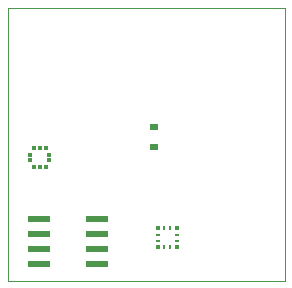
<source format=gtp>
G04 #@! TF.FileFunction,Paste,Top*
%FSLAX46Y46*%
G04 Gerber Fmt 4.6, Leading zero omitted, Abs format (unit mm)*
G04 Created by KiCad (PCBNEW 4.0.7) date 01/17/18 14:56:10*
%MOMM*%
%LPD*%
G01*
G04 APERTURE LIST*
%ADD10C,0.152400*%
%ADD11C,0.100000*%
%ADD12R,0.800000X0.600000*%
%ADD13R,0.300000X0.400000*%
%ADD14R,0.400000X0.300000*%
%ADD15R,1.970000X0.600000*%
%ADD16R,0.400000X0.250000*%
%ADD17R,0.250000X0.400000*%
G04 APERTURE END LIST*
D10*
D11*
X37100000Y-36800000D02*
X37000000Y-36800000D01*
X37100000Y-13700000D02*
X37100000Y-36800000D01*
X36700000Y-13700000D02*
X37100000Y-13700000D01*
X35900000Y-13700000D02*
X36700000Y-13700000D01*
X13600000Y-13700000D02*
X35900000Y-13700000D01*
X13600000Y-36800000D02*
X13600000Y-13700000D01*
X37000000Y-36800000D02*
X13600000Y-36800000D01*
D12*
X25970000Y-25470000D03*
X25970000Y-23770000D03*
D13*
X15840000Y-27180000D03*
X16340000Y-27180000D03*
X16840000Y-27180000D03*
D14*
X17140000Y-26130000D03*
X17140000Y-26630000D03*
D13*
X16840000Y-25580000D03*
X16340000Y-25580000D03*
X15840000Y-25580000D03*
D14*
X15540000Y-26630000D03*
X15540000Y-26130000D03*
D15*
X21195000Y-35405000D03*
X21195000Y-34135000D03*
X21195000Y-32865000D03*
X21195000Y-31595000D03*
X16245000Y-31595000D03*
X16245000Y-32865000D03*
X16245000Y-34135000D03*
X16245000Y-35405000D03*
D14*
X26310000Y-32370000D03*
D16*
X26315000Y-32910000D03*
X26315000Y-33410000D03*
D14*
X26310000Y-33950000D03*
D17*
X26860000Y-33990000D03*
X27360000Y-33990000D03*
D14*
X27910000Y-33950000D03*
D16*
X27905000Y-33410000D03*
X27905000Y-32910000D03*
D14*
X27910000Y-32370000D03*
D17*
X27360000Y-32330000D03*
X26860000Y-32330000D03*
M02*

</source>
